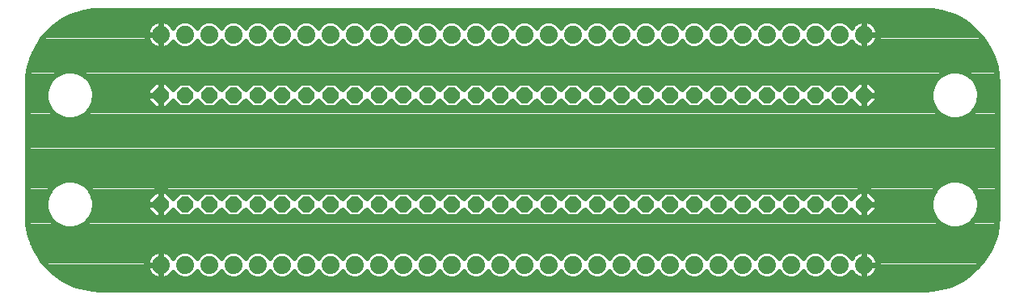
<source format=gtl>
G75*
G70*
%OFA0B0*%
%FSLAX24Y24*%
%IPPOS*%
%LPD*%
%AMOC8*
5,1,8,0,0,1.08239X$1,22.5*
%
%ADD10OC8,0.0650*%
%ADD11C,0.0740*%
%ADD12C,0.0240*%
D10*
X005720Y004050D03*
X006720Y004050D03*
X007720Y004050D03*
X008720Y004050D03*
X009720Y004050D03*
X010720Y004050D03*
X011720Y004050D03*
X012720Y004050D03*
X013720Y004050D03*
X014720Y004050D03*
X015720Y004050D03*
X016720Y004050D03*
X017720Y004050D03*
X018720Y004050D03*
X019720Y004050D03*
X020720Y004050D03*
X021720Y004050D03*
X022720Y004050D03*
X023720Y004050D03*
X024720Y004050D03*
X025720Y004050D03*
X026720Y004050D03*
X027720Y004050D03*
X028720Y004050D03*
X029720Y004050D03*
X030720Y004050D03*
X031720Y004050D03*
X032720Y004050D03*
X033720Y004050D03*
X034720Y004050D03*
X034720Y008550D03*
X033720Y008550D03*
X032720Y008550D03*
X031720Y008550D03*
X030720Y008550D03*
X029720Y008550D03*
X028720Y008550D03*
X027720Y008550D03*
X026720Y008550D03*
X025720Y008550D03*
X024720Y008550D03*
X023720Y008550D03*
X022720Y008550D03*
X021720Y008550D03*
X020720Y008550D03*
X019720Y008550D03*
X018720Y008550D03*
X017720Y008550D03*
X016720Y008550D03*
X015720Y008550D03*
X014720Y008550D03*
X013720Y008550D03*
X012720Y008550D03*
X011720Y008550D03*
X010720Y008550D03*
X009720Y008550D03*
X008720Y008550D03*
X007720Y008550D03*
X006720Y008550D03*
X005720Y008550D03*
D11*
X005720Y011050D03*
X006720Y011050D03*
X007720Y011050D03*
X008720Y011050D03*
X009720Y011050D03*
X010720Y011050D03*
X011720Y011050D03*
X012720Y011050D03*
X013720Y011050D03*
X014720Y011050D03*
X015720Y011050D03*
X016720Y011050D03*
X017720Y011050D03*
X018720Y011050D03*
X019720Y011050D03*
X020720Y011050D03*
X021720Y011050D03*
X022720Y011050D03*
X023720Y011050D03*
X024720Y011050D03*
X025720Y011050D03*
X026720Y011050D03*
X027720Y011050D03*
X028720Y011050D03*
X029720Y011050D03*
X030720Y011050D03*
X031720Y011050D03*
X032720Y011050D03*
X033720Y011050D03*
X034720Y011050D03*
X034720Y001550D03*
X033720Y001550D03*
X032720Y001550D03*
X031720Y001550D03*
X030720Y001550D03*
X029720Y001550D03*
X028720Y001550D03*
X027720Y001550D03*
X026720Y001550D03*
X025720Y001550D03*
X024720Y001550D03*
X023720Y001550D03*
X022720Y001550D03*
X021720Y001550D03*
X020720Y001550D03*
X019720Y001550D03*
X018720Y001550D03*
X017720Y001550D03*
X016720Y001550D03*
X015720Y001550D03*
X014720Y001550D03*
X013720Y001550D03*
X012720Y001550D03*
X011720Y001550D03*
X010720Y001550D03*
X009720Y001550D03*
X008720Y001550D03*
X007720Y001550D03*
X006720Y001550D03*
X005720Y001550D03*
D12*
X002229Y000718D02*
X001918Y000847D01*
X001624Y001010D01*
X001350Y001205D01*
X001099Y001429D01*
X000875Y001680D01*
X000680Y001954D01*
X000517Y002248D01*
X000388Y002559D01*
X000295Y002882D01*
X000239Y003214D01*
X000220Y003550D01*
X000220Y009050D01*
X000239Y009386D01*
X000295Y009718D01*
X000388Y010041D01*
X000517Y010352D01*
X000680Y010646D01*
X000875Y010920D01*
X001099Y011171D01*
X001350Y011395D01*
X001624Y011590D01*
X001918Y011753D01*
X002229Y011882D01*
X002552Y011975D01*
X002884Y012031D01*
X003220Y012050D01*
X037220Y012050D01*
X037556Y012031D01*
X037888Y011975D01*
X038211Y011882D01*
X038522Y011753D01*
X038816Y011590D01*
X039090Y011395D01*
X039341Y011171D01*
X039565Y010920D01*
X039760Y010646D01*
X039923Y010352D01*
X040052Y010041D01*
X040145Y009718D01*
X040201Y009386D01*
X040220Y009050D01*
X040220Y003550D01*
X040201Y003214D01*
X040145Y002882D01*
X040052Y002559D01*
X039923Y002248D01*
X039760Y001954D01*
X039565Y001680D01*
X039341Y001429D01*
X039090Y001205D01*
X038816Y001010D01*
X038522Y000847D01*
X038211Y000718D01*
X037888Y000625D01*
X037556Y000569D01*
X037220Y000550D01*
X003220Y000550D01*
X002884Y000569D01*
X002552Y000625D01*
X002229Y000718D01*
X002115Y000766D02*
X038325Y000766D01*
X038806Y001004D02*
X034948Y001004D01*
X034946Y001003D02*
X035029Y001045D01*
X035104Y001100D01*
X035170Y001166D01*
X035225Y001241D01*
X035267Y001324D01*
X035295Y001412D01*
X035310Y001504D01*
X035310Y001550D01*
X035310Y001596D01*
X035295Y001688D01*
X035267Y001776D01*
X035225Y001859D01*
X035170Y001934D01*
X035104Y002000D01*
X035029Y002055D01*
X034946Y002097D01*
X034858Y002125D01*
X034766Y002140D01*
X034720Y002140D01*
X034720Y001550D01*
X034720Y001550D01*
X035310Y001550D01*
X034720Y001550D01*
X034720Y001550D01*
X034720Y002140D01*
X034674Y002140D01*
X034582Y002125D01*
X034494Y002097D01*
X034411Y002055D01*
X034336Y002000D01*
X034270Y001934D01*
X034215Y001859D01*
X034212Y001852D01*
X034203Y001873D01*
X034043Y002033D01*
X033833Y002120D01*
X033607Y002120D01*
X033397Y002033D01*
X033237Y001873D01*
X033220Y001832D01*
X033203Y001873D01*
X033043Y002033D01*
X032833Y002120D01*
X032607Y002120D01*
X032397Y002033D01*
X032237Y001873D01*
X032220Y001832D01*
X032203Y001873D01*
X032043Y002033D01*
X031833Y002120D01*
X031607Y002120D01*
X031397Y002033D01*
X031237Y001873D01*
X031220Y001832D01*
X031203Y001873D01*
X031043Y002033D01*
X030833Y002120D01*
X030607Y002120D01*
X030397Y002033D01*
X030237Y001873D01*
X030220Y001832D01*
X030203Y001873D01*
X030043Y002033D01*
X029833Y002120D01*
X029607Y002120D01*
X029397Y002033D01*
X029237Y001873D01*
X029220Y001832D01*
X029203Y001873D01*
X029043Y002033D01*
X028833Y002120D01*
X028607Y002120D01*
X028397Y002033D01*
X028237Y001873D01*
X028220Y001832D01*
X028203Y001873D01*
X028043Y002033D01*
X027833Y002120D01*
X027607Y002120D01*
X027397Y002033D01*
X027237Y001873D01*
X027220Y001832D01*
X027203Y001873D01*
X027043Y002033D01*
X026833Y002120D01*
X026607Y002120D01*
X026397Y002033D01*
X026237Y001873D01*
X026220Y001832D01*
X026203Y001873D01*
X026043Y002033D01*
X025833Y002120D01*
X025607Y002120D01*
X025397Y002033D01*
X025237Y001873D01*
X025220Y001832D01*
X025203Y001873D01*
X025043Y002033D01*
X024833Y002120D01*
X024607Y002120D01*
X024397Y002033D01*
X024237Y001873D01*
X024220Y001832D01*
X024203Y001873D01*
X024043Y002033D01*
X023833Y002120D01*
X023607Y002120D01*
X023397Y002033D01*
X023237Y001873D01*
X023220Y001832D01*
X023203Y001873D01*
X023043Y002033D01*
X022833Y002120D01*
X022607Y002120D01*
X022397Y002033D01*
X022237Y001873D01*
X022220Y001832D01*
X022203Y001873D01*
X022043Y002033D01*
X021833Y002120D01*
X021607Y002120D01*
X021397Y002033D01*
X021237Y001873D01*
X021220Y001832D01*
X021203Y001873D01*
X021043Y002033D01*
X020833Y002120D01*
X020607Y002120D01*
X020397Y002033D01*
X020237Y001873D01*
X020220Y001832D01*
X020203Y001873D01*
X020043Y002033D01*
X019833Y002120D01*
X019607Y002120D01*
X019397Y002033D01*
X019237Y001873D01*
X019220Y001832D01*
X019203Y001873D01*
X019043Y002033D01*
X018833Y002120D01*
X018607Y002120D01*
X018397Y002033D01*
X018237Y001873D01*
X018220Y001832D01*
X018203Y001873D01*
X018043Y002033D01*
X017833Y002120D01*
X017607Y002120D01*
X017397Y002033D01*
X017237Y001873D01*
X017220Y001832D01*
X017203Y001873D01*
X017043Y002033D01*
X016833Y002120D01*
X016607Y002120D01*
X016397Y002033D01*
X016237Y001873D01*
X016220Y001832D01*
X016203Y001873D01*
X016043Y002033D01*
X015833Y002120D01*
X015607Y002120D01*
X015397Y002033D01*
X015237Y001873D01*
X015220Y001832D01*
X015203Y001873D01*
X015043Y002033D01*
X014833Y002120D01*
X014607Y002120D01*
X014397Y002033D01*
X014237Y001873D01*
X014220Y001832D01*
X014203Y001873D01*
X014043Y002033D01*
X013833Y002120D01*
X013607Y002120D01*
X013397Y002033D01*
X013237Y001873D01*
X013220Y001832D01*
X013203Y001873D01*
X013043Y002033D01*
X012833Y002120D01*
X012607Y002120D01*
X012397Y002033D01*
X012237Y001873D01*
X012220Y001832D01*
X012203Y001873D01*
X012043Y002033D01*
X011833Y002120D01*
X011607Y002120D01*
X011397Y002033D01*
X011237Y001873D01*
X011220Y001832D01*
X011203Y001873D01*
X011043Y002033D01*
X010833Y002120D01*
X010607Y002120D01*
X010397Y002033D01*
X010237Y001873D01*
X010220Y001832D01*
X010203Y001873D01*
X010043Y002033D01*
X009833Y002120D01*
X009607Y002120D01*
X009397Y002033D01*
X009237Y001873D01*
X009220Y001832D01*
X009203Y001873D01*
X009043Y002033D01*
X008833Y002120D01*
X008607Y002120D01*
X008397Y002033D01*
X008237Y001873D01*
X008220Y001832D01*
X008203Y001873D01*
X008043Y002033D01*
X007833Y002120D01*
X007607Y002120D01*
X007397Y002033D01*
X007237Y001873D01*
X007220Y001832D01*
X007203Y001873D01*
X007043Y002033D01*
X006833Y002120D01*
X006607Y002120D01*
X006397Y002033D01*
X006237Y001873D01*
X006228Y001852D01*
X006225Y001859D01*
X006170Y001934D01*
X006104Y002000D01*
X006029Y002055D01*
X005946Y002097D01*
X005858Y002125D01*
X005766Y002140D01*
X005720Y002140D01*
X005720Y001550D01*
X005720Y001550D01*
X005720Y001550D01*
X005130Y001550D01*
X005130Y001596D01*
X005145Y001688D01*
X005173Y001776D01*
X005215Y001859D01*
X005270Y001934D01*
X005336Y002000D01*
X005411Y002055D01*
X005494Y002097D01*
X005582Y002125D01*
X005674Y002140D01*
X005720Y002140D01*
X005720Y001550D01*
X005720Y000960D01*
X005766Y000960D01*
X005858Y000975D01*
X005946Y001003D01*
X006029Y001045D01*
X006104Y001100D01*
X006170Y001166D01*
X006225Y001241D01*
X006228Y001248D01*
X006237Y001227D01*
X006397Y001067D01*
X006607Y000980D01*
X006833Y000980D01*
X007043Y001067D01*
X007203Y001227D01*
X007220Y001268D01*
X007237Y001227D01*
X007397Y001067D01*
X007607Y000980D01*
X007833Y000980D01*
X008043Y001067D01*
X008203Y001227D01*
X008220Y001268D01*
X008237Y001227D01*
X008397Y001067D01*
X008607Y000980D01*
X008833Y000980D01*
X009043Y001067D01*
X009203Y001227D01*
X009220Y001268D01*
X009237Y001227D01*
X009397Y001067D01*
X009607Y000980D01*
X009833Y000980D01*
X010043Y001067D01*
X010203Y001227D01*
X010220Y001268D01*
X010237Y001227D01*
X010397Y001067D01*
X010607Y000980D01*
X010833Y000980D01*
X011043Y001067D01*
X011203Y001227D01*
X011220Y001268D01*
X011237Y001227D01*
X011397Y001067D01*
X011607Y000980D01*
X011833Y000980D01*
X012043Y001067D01*
X012203Y001227D01*
X012220Y001268D01*
X012237Y001227D01*
X012397Y001067D01*
X012607Y000980D01*
X012833Y000980D01*
X013043Y001067D01*
X013203Y001227D01*
X013220Y001268D01*
X013237Y001227D01*
X013397Y001067D01*
X013607Y000980D01*
X013833Y000980D01*
X014043Y001067D01*
X014203Y001227D01*
X014220Y001268D01*
X014237Y001227D01*
X014397Y001067D01*
X014607Y000980D01*
X014833Y000980D01*
X015043Y001067D01*
X015203Y001227D01*
X015220Y001268D01*
X015237Y001227D01*
X015397Y001067D01*
X015607Y000980D01*
X015833Y000980D01*
X016043Y001067D01*
X016203Y001227D01*
X016220Y001268D01*
X016237Y001227D01*
X016397Y001067D01*
X016607Y000980D01*
X016833Y000980D01*
X017043Y001067D01*
X017203Y001227D01*
X017220Y001268D01*
X017237Y001227D01*
X017397Y001067D01*
X017607Y000980D01*
X017833Y000980D01*
X018043Y001067D01*
X018203Y001227D01*
X018220Y001268D01*
X018237Y001227D01*
X018397Y001067D01*
X018607Y000980D01*
X018833Y000980D01*
X019043Y001067D01*
X019203Y001227D01*
X019220Y001268D01*
X019237Y001227D01*
X019397Y001067D01*
X019607Y000980D01*
X019833Y000980D01*
X020043Y001067D01*
X020203Y001227D01*
X020220Y001268D01*
X020237Y001227D01*
X020397Y001067D01*
X020607Y000980D01*
X020833Y000980D01*
X021043Y001067D01*
X021203Y001227D01*
X021220Y001268D01*
X021237Y001227D01*
X021397Y001067D01*
X021607Y000980D01*
X021833Y000980D01*
X022043Y001067D01*
X022203Y001227D01*
X022220Y001268D01*
X022237Y001227D01*
X022397Y001067D01*
X022607Y000980D01*
X022833Y000980D01*
X023043Y001067D01*
X023203Y001227D01*
X023220Y001268D01*
X023237Y001227D01*
X023397Y001067D01*
X023607Y000980D01*
X023833Y000980D01*
X024043Y001067D01*
X024203Y001227D01*
X024220Y001268D01*
X024237Y001227D01*
X024397Y001067D01*
X024607Y000980D01*
X024833Y000980D01*
X025043Y001067D01*
X025203Y001227D01*
X025220Y001268D01*
X025237Y001227D01*
X025397Y001067D01*
X025607Y000980D01*
X025833Y000980D01*
X026043Y001067D01*
X026203Y001227D01*
X026220Y001268D01*
X026237Y001227D01*
X026397Y001067D01*
X026607Y000980D01*
X026833Y000980D01*
X027043Y001067D01*
X027203Y001227D01*
X027220Y001268D01*
X027237Y001227D01*
X027397Y001067D01*
X027607Y000980D01*
X027833Y000980D01*
X028043Y001067D01*
X028203Y001227D01*
X028220Y001268D01*
X028237Y001227D01*
X028397Y001067D01*
X028607Y000980D01*
X028833Y000980D01*
X029043Y001067D01*
X029203Y001227D01*
X029220Y001268D01*
X029237Y001227D01*
X029397Y001067D01*
X029607Y000980D01*
X029833Y000980D01*
X030043Y001067D01*
X030203Y001227D01*
X030220Y001268D01*
X030237Y001227D01*
X030397Y001067D01*
X030607Y000980D01*
X030833Y000980D01*
X031043Y001067D01*
X031203Y001227D01*
X031220Y001268D01*
X031237Y001227D01*
X031397Y001067D01*
X031607Y000980D01*
X031833Y000980D01*
X032043Y001067D01*
X032203Y001227D01*
X032220Y001268D01*
X032237Y001227D01*
X032397Y001067D01*
X032607Y000980D01*
X032833Y000980D01*
X033043Y001067D01*
X033203Y001227D01*
X033220Y001268D01*
X033237Y001227D01*
X033397Y001067D01*
X033607Y000980D01*
X033833Y000980D01*
X034043Y001067D01*
X034203Y001227D01*
X034212Y001248D01*
X034215Y001241D01*
X034270Y001166D01*
X034336Y001100D01*
X034411Y001045D01*
X034494Y001003D01*
X034582Y000975D01*
X034674Y000960D01*
X034720Y000960D01*
X034766Y000960D01*
X034858Y000975D01*
X034946Y001003D01*
X034720Y001004D02*
X034720Y001004D01*
X034720Y000960D02*
X034720Y001550D01*
X034720Y001550D01*
X034720Y000960D01*
X034492Y001004D02*
X033891Y001004D01*
X033549Y001004D02*
X032891Y001004D01*
X032549Y001004D02*
X031891Y001004D01*
X031549Y001004D02*
X030891Y001004D01*
X030549Y001004D02*
X029891Y001004D01*
X029549Y001004D02*
X028891Y001004D01*
X028549Y001004D02*
X027891Y001004D01*
X027549Y001004D02*
X026891Y001004D01*
X026549Y001004D02*
X025891Y001004D01*
X025549Y001004D02*
X024891Y001004D01*
X024549Y001004D02*
X023891Y001004D01*
X023549Y001004D02*
X022891Y001004D01*
X022549Y001004D02*
X021891Y001004D01*
X021549Y001004D02*
X020891Y001004D01*
X020549Y001004D02*
X019891Y001004D01*
X019549Y001004D02*
X018891Y001004D01*
X018549Y001004D02*
X017891Y001004D01*
X017549Y001004D02*
X016891Y001004D01*
X016549Y001004D02*
X015891Y001004D01*
X015549Y001004D02*
X014891Y001004D01*
X014549Y001004D02*
X013891Y001004D01*
X013549Y001004D02*
X012891Y001004D01*
X012549Y001004D02*
X011891Y001004D01*
X011549Y001004D02*
X010891Y001004D01*
X010549Y001004D02*
X009891Y001004D01*
X009549Y001004D02*
X008891Y001004D01*
X008549Y001004D02*
X007891Y001004D01*
X007549Y001004D02*
X006891Y001004D01*
X006549Y001004D02*
X005948Y001004D01*
X005720Y001004D02*
X005720Y001004D01*
X005720Y000960D02*
X005720Y001550D01*
X005720Y001550D01*
X005130Y001550D01*
X005130Y001504D01*
X005145Y001412D01*
X005173Y001324D01*
X005215Y001241D01*
X005270Y001166D01*
X005336Y001100D01*
X005411Y001045D01*
X005494Y001003D01*
X005582Y000975D01*
X005674Y000960D01*
X005720Y000960D01*
X005492Y001004D02*
X001634Y001004D01*
X001307Y001243D02*
X005215Y001243D01*
X005134Y001481D02*
X001052Y001481D01*
X000846Y001720D02*
X005155Y001720D01*
X005294Y001958D02*
X000678Y001958D01*
X000546Y002197D02*
X039894Y002197D01*
X040000Y002435D02*
X000440Y002435D01*
X000355Y002674D02*
X040085Y002674D01*
X040150Y002912D02*
X000290Y002912D01*
X000250Y003151D02*
X001508Y003151D01*
X001580Y003109D02*
X001350Y003242D01*
X001162Y003430D01*
X001029Y003660D01*
X000960Y003917D01*
X000960Y004183D01*
X001029Y004440D01*
X001162Y004670D01*
X001350Y004858D01*
X001580Y004991D01*
X001837Y005060D01*
X002103Y005060D01*
X002360Y004991D01*
X002590Y004858D01*
X002778Y004670D01*
X002911Y004440D01*
X002980Y004183D01*
X002980Y003917D01*
X002911Y003660D01*
X002778Y003430D01*
X002590Y003242D01*
X002360Y003109D01*
X002103Y003040D01*
X001837Y003040D01*
X001580Y003109D01*
X001203Y003389D02*
X000229Y003389D01*
X000220Y003628D02*
X001048Y003628D01*
X000974Y003866D02*
X000220Y003866D01*
X000220Y004105D02*
X000960Y004105D01*
X001003Y004343D02*
X000220Y004343D01*
X000220Y004582D02*
X001111Y004582D01*
X001312Y004820D02*
X000220Y004820D01*
X000220Y005059D02*
X001831Y005059D01*
X002109Y005059D02*
X038331Y005059D01*
X038337Y005060D02*
X038080Y004991D01*
X037850Y004858D01*
X037662Y004670D01*
X037529Y004440D01*
X037460Y004183D01*
X037460Y003917D01*
X037529Y003660D01*
X037662Y003430D01*
X037850Y003242D01*
X038080Y003109D01*
X038337Y003040D01*
X038603Y003040D01*
X038860Y003109D01*
X039090Y003242D01*
X039278Y003430D01*
X039411Y003660D01*
X039480Y003917D01*
X039480Y004183D01*
X039411Y004440D01*
X039278Y004670D01*
X039090Y004858D01*
X038860Y004991D01*
X038603Y005060D01*
X038337Y005060D01*
X038609Y005059D02*
X040220Y005059D01*
X040220Y005297D02*
X000220Y005297D01*
X000220Y005536D02*
X040220Y005536D01*
X040220Y005774D02*
X000220Y005774D01*
X000220Y006013D02*
X040220Y006013D01*
X040220Y006251D02*
X000220Y006251D01*
X000220Y006490D02*
X040220Y006490D01*
X040220Y006728D02*
X000220Y006728D01*
X000220Y006967D02*
X040220Y006967D01*
X040220Y007205D02*
X000220Y007205D01*
X000220Y007444D02*
X040220Y007444D01*
X040220Y007682D02*
X038987Y007682D01*
X039090Y007742D02*
X039278Y007930D01*
X039411Y008160D01*
X039480Y008417D01*
X039480Y008683D01*
X039411Y008940D01*
X039278Y009170D01*
X039090Y009358D01*
X038860Y009491D01*
X038603Y009560D01*
X038337Y009560D01*
X038080Y009491D01*
X037850Y009358D01*
X037662Y009170D01*
X037529Y008940D01*
X037460Y008683D01*
X037460Y008417D01*
X037529Y008160D01*
X037662Y007930D01*
X037850Y007742D01*
X038080Y007609D01*
X038337Y007540D01*
X038603Y007540D01*
X038860Y007609D01*
X039090Y007742D01*
X039269Y007921D02*
X040220Y007921D01*
X040220Y008159D02*
X039411Y008159D01*
X039475Y008398D02*
X040220Y008398D01*
X040220Y008636D02*
X039480Y008636D01*
X039429Y008875D02*
X040220Y008875D01*
X040216Y009113D02*
X039311Y009113D01*
X039097Y009352D02*
X040203Y009352D01*
X040166Y009590D02*
X000274Y009590D01*
X000237Y009352D02*
X001343Y009352D01*
X001350Y009358D02*
X001162Y009170D01*
X001029Y008940D01*
X000960Y008683D01*
X000960Y008417D01*
X001029Y008160D01*
X001162Y007930D01*
X001350Y007742D01*
X001580Y007609D01*
X001837Y007540D01*
X002103Y007540D01*
X002360Y007609D01*
X002590Y007742D01*
X002778Y007930D01*
X002911Y008160D01*
X002980Y008417D01*
X002980Y008683D01*
X002911Y008940D01*
X002778Y009170D01*
X002590Y009358D01*
X002360Y009491D01*
X002103Y009560D01*
X001837Y009560D01*
X001580Y009491D01*
X001350Y009358D01*
X001129Y009113D02*
X000224Y009113D01*
X000220Y008875D02*
X001011Y008875D01*
X000960Y008636D02*
X000220Y008636D01*
X000220Y008398D02*
X000965Y008398D01*
X001029Y008159D02*
X000220Y008159D01*
X000220Y007921D02*
X001171Y007921D01*
X001453Y007682D02*
X000220Y007682D01*
X002487Y007682D02*
X037953Y007682D01*
X037671Y007921D02*
X002769Y007921D01*
X002911Y008159D02*
X005341Y008159D01*
X005494Y008005D02*
X005175Y008324D01*
X005175Y008550D01*
X005720Y008550D01*
X005720Y008550D01*
X005720Y009095D01*
X005494Y009095D01*
X005175Y008776D01*
X005175Y008550D01*
X005720Y008550D01*
X005720Y008005D01*
X005946Y008005D01*
X006234Y008294D01*
X006503Y008025D01*
X006937Y008025D01*
X007220Y008308D01*
X007503Y008025D01*
X007937Y008025D01*
X008220Y008308D01*
X008503Y008025D01*
X008937Y008025D01*
X009220Y008308D01*
X009503Y008025D01*
X009937Y008025D01*
X010220Y008308D01*
X010503Y008025D01*
X010937Y008025D01*
X011220Y008308D01*
X011503Y008025D01*
X011937Y008025D01*
X012220Y008308D01*
X012503Y008025D01*
X012937Y008025D01*
X013220Y008308D01*
X013503Y008025D01*
X013937Y008025D01*
X014220Y008308D01*
X014503Y008025D01*
X014937Y008025D01*
X015220Y008308D01*
X015503Y008025D01*
X015937Y008025D01*
X016220Y008308D01*
X016503Y008025D01*
X016937Y008025D01*
X017220Y008308D01*
X017503Y008025D01*
X017937Y008025D01*
X018220Y008308D01*
X018503Y008025D01*
X018937Y008025D01*
X019220Y008308D01*
X019503Y008025D01*
X019937Y008025D01*
X020220Y008308D01*
X020503Y008025D01*
X020937Y008025D01*
X021220Y008308D01*
X021503Y008025D01*
X021937Y008025D01*
X022220Y008308D01*
X022503Y008025D01*
X022937Y008025D01*
X023220Y008308D01*
X023503Y008025D01*
X023937Y008025D01*
X024220Y008308D01*
X024503Y008025D01*
X024937Y008025D01*
X025220Y008308D01*
X025503Y008025D01*
X025937Y008025D01*
X026220Y008308D01*
X026503Y008025D01*
X026937Y008025D01*
X027220Y008308D01*
X027503Y008025D01*
X027937Y008025D01*
X028220Y008308D01*
X028503Y008025D01*
X028937Y008025D01*
X029220Y008308D01*
X029503Y008025D01*
X029937Y008025D01*
X030220Y008308D01*
X030503Y008025D01*
X030937Y008025D01*
X031220Y008308D01*
X031503Y008025D01*
X031937Y008025D01*
X032220Y008308D01*
X032503Y008025D01*
X032937Y008025D01*
X033220Y008308D01*
X033503Y008025D01*
X033937Y008025D01*
X034206Y008294D01*
X034494Y008005D01*
X034720Y008005D01*
X034946Y008005D01*
X035265Y008324D01*
X035265Y008550D01*
X035265Y008776D01*
X034946Y009095D01*
X034720Y009095D01*
X034494Y009095D01*
X034206Y008806D01*
X033937Y009075D01*
X033503Y009075D01*
X033220Y008792D01*
X032937Y009075D01*
X032503Y009075D01*
X032220Y008792D01*
X031937Y009075D01*
X031503Y009075D01*
X031220Y008792D01*
X030937Y009075D01*
X030503Y009075D01*
X030220Y008792D01*
X029937Y009075D01*
X029503Y009075D01*
X029220Y008792D01*
X028937Y009075D01*
X028503Y009075D01*
X028220Y008792D01*
X027937Y009075D01*
X027503Y009075D01*
X027220Y008792D01*
X026937Y009075D01*
X026503Y009075D01*
X026220Y008792D01*
X025937Y009075D01*
X025503Y009075D01*
X025220Y008792D01*
X024937Y009075D01*
X024503Y009075D01*
X024220Y008792D01*
X023937Y009075D01*
X023503Y009075D01*
X023220Y008792D01*
X022937Y009075D01*
X022503Y009075D01*
X022220Y008792D01*
X021937Y009075D01*
X021503Y009075D01*
X021220Y008792D01*
X020937Y009075D01*
X020503Y009075D01*
X020220Y008792D01*
X019937Y009075D01*
X019503Y009075D01*
X019220Y008792D01*
X018937Y009075D01*
X018503Y009075D01*
X018220Y008792D01*
X017937Y009075D01*
X017503Y009075D01*
X017220Y008792D01*
X016937Y009075D01*
X016503Y009075D01*
X016220Y008792D01*
X015937Y009075D01*
X015503Y009075D01*
X015220Y008792D01*
X014937Y009075D01*
X014503Y009075D01*
X014220Y008792D01*
X013937Y009075D01*
X013503Y009075D01*
X013220Y008792D01*
X012937Y009075D01*
X012503Y009075D01*
X012220Y008792D01*
X011937Y009075D01*
X011503Y009075D01*
X011220Y008792D01*
X010937Y009075D01*
X010503Y009075D01*
X010220Y008792D01*
X009937Y009075D01*
X009503Y009075D01*
X009220Y008792D01*
X008937Y009075D01*
X008503Y009075D01*
X008220Y008792D01*
X007937Y009075D01*
X007503Y009075D01*
X007220Y008792D01*
X006937Y009075D01*
X006503Y009075D01*
X006234Y008806D01*
X005946Y009095D01*
X005720Y009095D01*
X005720Y008550D01*
X005720Y008550D01*
X005720Y008550D01*
X005720Y008005D01*
X005494Y008005D01*
X005720Y008159D02*
X005720Y008159D01*
X005720Y008398D02*
X005720Y008398D01*
X006099Y008159D02*
X006369Y008159D01*
X007071Y008159D02*
X007369Y008159D01*
X008071Y008159D02*
X008369Y008159D01*
X009071Y008159D02*
X009369Y008159D01*
X010071Y008159D02*
X010369Y008159D01*
X011071Y008159D02*
X011369Y008159D01*
X012071Y008159D02*
X012369Y008159D01*
X013071Y008159D02*
X013369Y008159D01*
X014071Y008159D02*
X014369Y008159D01*
X015071Y008159D02*
X015369Y008159D01*
X016071Y008159D02*
X016369Y008159D01*
X017071Y008159D02*
X017369Y008159D01*
X018071Y008159D02*
X018369Y008159D01*
X019071Y008159D02*
X019369Y008159D01*
X020071Y008159D02*
X020369Y008159D01*
X021071Y008159D02*
X021369Y008159D01*
X022071Y008159D02*
X022369Y008159D01*
X023071Y008159D02*
X023369Y008159D01*
X024071Y008159D02*
X024369Y008159D01*
X025071Y008159D02*
X025369Y008159D01*
X026071Y008159D02*
X026369Y008159D01*
X027071Y008159D02*
X027369Y008159D01*
X028071Y008159D02*
X028369Y008159D01*
X029071Y008159D02*
X029369Y008159D01*
X030071Y008159D02*
X030369Y008159D01*
X031071Y008159D02*
X031369Y008159D01*
X032071Y008159D02*
X032369Y008159D01*
X033071Y008159D02*
X033369Y008159D01*
X034071Y008159D02*
X034341Y008159D01*
X034720Y008159D02*
X034720Y008159D01*
X034720Y008398D02*
X034720Y008398D01*
X035099Y008159D02*
X037529Y008159D01*
X037465Y008398D02*
X035265Y008398D01*
X035265Y008550D02*
X034720Y008550D01*
X035265Y008550D01*
X035265Y008636D02*
X037460Y008636D01*
X037511Y008875D02*
X035166Y008875D01*
X034720Y008875D02*
X034720Y008875D01*
X034274Y008875D02*
X034138Y008875D01*
X034720Y009095D02*
X034720Y008550D01*
X034720Y008550D01*
X034720Y008550D01*
X034720Y009095D01*
X033302Y008875D02*
X033138Y008875D01*
X032302Y008875D02*
X032138Y008875D01*
X031302Y008875D02*
X031138Y008875D01*
X030302Y008875D02*
X030138Y008875D01*
X029302Y008875D02*
X029138Y008875D01*
X028302Y008875D02*
X028138Y008875D01*
X027302Y008875D02*
X027138Y008875D01*
X026302Y008875D02*
X026138Y008875D01*
X025302Y008875D02*
X025138Y008875D01*
X024302Y008875D02*
X024138Y008875D01*
X023302Y008875D02*
X023138Y008875D01*
X022302Y008875D02*
X022138Y008875D01*
X021302Y008875D02*
X021138Y008875D01*
X020302Y008875D02*
X020138Y008875D01*
X019302Y008875D02*
X019138Y008875D01*
X018302Y008875D02*
X018138Y008875D01*
X017302Y008875D02*
X017138Y008875D01*
X016302Y008875D02*
X016138Y008875D01*
X015302Y008875D02*
X015138Y008875D01*
X014302Y008875D02*
X014138Y008875D01*
X013302Y008875D02*
X013138Y008875D01*
X012302Y008875D02*
X012138Y008875D01*
X011302Y008875D02*
X011138Y008875D01*
X010302Y008875D02*
X010138Y008875D01*
X009302Y008875D02*
X009138Y008875D01*
X008302Y008875D02*
X008138Y008875D01*
X007302Y008875D02*
X007138Y008875D01*
X006302Y008875D02*
X006166Y008875D01*
X005720Y008875D02*
X005720Y008875D01*
X005274Y008875D02*
X002929Y008875D01*
X002980Y008636D02*
X005175Y008636D01*
X005175Y008398D02*
X002975Y008398D01*
X002811Y009113D02*
X037629Y009113D01*
X037843Y009352D02*
X002597Y009352D01*
X000399Y010067D02*
X040041Y010067D01*
X040113Y009829D02*
X000327Y009829D01*
X000498Y010306D02*
X039942Y010306D01*
X039817Y010544D02*
X035027Y010544D01*
X035029Y010545D02*
X035104Y010600D01*
X035170Y010666D01*
X035225Y010741D01*
X035267Y010824D01*
X035295Y010912D01*
X035310Y011004D01*
X035310Y011050D01*
X035310Y011096D01*
X035295Y011188D01*
X035267Y011276D01*
X035225Y011359D01*
X035170Y011434D01*
X035104Y011500D01*
X035029Y011555D01*
X034946Y011597D01*
X034858Y011625D01*
X034766Y011640D01*
X034720Y011640D01*
X034720Y011050D01*
X034720Y011050D01*
X035310Y011050D01*
X034720Y011050D01*
X034720Y011050D01*
X034720Y011640D01*
X034674Y011640D01*
X034582Y011625D01*
X034494Y011597D01*
X034411Y011555D01*
X034336Y011500D01*
X034270Y011434D01*
X034215Y011359D01*
X034212Y011352D01*
X034203Y011373D01*
X034043Y011533D01*
X033833Y011620D01*
X033607Y011620D01*
X033397Y011533D01*
X033237Y011373D01*
X033220Y011332D01*
X033203Y011373D01*
X033043Y011533D01*
X032833Y011620D01*
X032607Y011620D01*
X032397Y011533D01*
X032237Y011373D01*
X032220Y011332D01*
X032203Y011373D01*
X032043Y011533D01*
X031833Y011620D01*
X031607Y011620D01*
X031397Y011533D01*
X031237Y011373D01*
X031220Y011332D01*
X031203Y011373D01*
X031043Y011533D01*
X030833Y011620D01*
X030607Y011620D01*
X030397Y011533D01*
X030237Y011373D01*
X030220Y011332D01*
X030203Y011373D01*
X030043Y011533D01*
X029833Y011620D01*
X029607Y011620D01*
X029397Y011533D01*
X029237Y011373D01*
X029220Y011332D01*
X029203Y011373D01*
X029043Y011533D01*
X028833Y011620D01*
X028607Y011620D01*
X028397Y011533D01*
X028237Y011373D01*
X028220Y011332D01*
X028203Y011373D01*
X028043Y011533D01*
X027833Y011620D01*
X027607Y011620D01*
X027397Y011533D01*
X027237Y011373D01*
X027220Y011332D01*
X027203Y011373D01*
X027043Y011533D01*
X026833Y011620D01*
X026607Y011620D01*
X026397Y011533D01*
X026237Y011373D01*
X026220Y011332D01*
X026203Y011373D01*
X026043Y011533D01*
X025833Y011620D01*
X025607Y011620D01*
X025397Y011533D01*
X025237Y011373D01*
X025220Y011332D01*
X025203Y011373D01*
X025043Y011533D01*
X024833Y011620D01*
X024607Y011620D01*
X024397Y011533D01*
X024237Y011373D01*
X024220Y011332D01*
X024203Y011373D01*
X024043Y011533D01*
X023833Y011620D01*
X023607Y011620D01*
X023397Y011533D01*
X023237Y011373D01*
X023220Y011332D01*
X023203Y011373D01*
X023043Y011533D01*
X022833Y011620D01*
X022607Y011620D01*
X022397Y011533D01*
X022237Y011373D01*
X022220Y011332D01*
X022203Y011373D01*
X022043Y011533D01*
X021833Y011620D01*
X021607Y011620D01*
X021397Y011533D01*
X021237Y011373D01*
X021220Y011332D01*
X021203Y011373D01*
X021043Y011533D01*
X020833Y011620D01*
X020607Y011620D01*
X020397Y011533D01*
X020237Y011373D01*
X020220Y011332D01*
X020203Y011373D01*
X020043Y011533D01*
X019833Y011620D01*
X019607Y011620D01*
X019397Y011533D01*
X019237Y011373D01*
X019220Y011332D01*
X019203Y011373D01*
X019043Y011533D01*
X018833Y011620D01*
X018607Y011620D01*
X018397Y011533D01*
X018237Y011373D01*
X018220Y011332D01*
X018203Y011373D01*
X018043Y011533D01*
X017833Y011620D01*
X017607Y011620D01*
X017397Y011533D01*
X017237Y011373D01*
X017220Y011332D01*
X017203Y011373D01*
X017043Y011533D01*
X016833Y011620D01*
X016607Y011620D01*
X016397Y011533D01*
X016237Y011373D01*
X016220Y011332D01*
X016203Y011373D01*
X016043Y011533D01*
X015833Y011620D01*
X015607Y011620D01*
X015397Y011533D01*
X015237Y011373D01*
X015220Y011332D01*
X015203Y011373D01*
X015043Y011533D01*
X014833Y011620D01*
X014607Y011620D01*
X014397Y011533D01*
X014237Y011373D01*
X014220Y011332D01*
X014203Y011373D01*
X014043Y011533D01*
X013833Y011620D01*
X013607Y011620D01*
X013397Y011533D01*
X013237Y011373D01*
X013220Y011332D01*
X013203Y011373D01*
X013043Y011533D01*
X012833Y011620D01*
X012607Y011620D01*
X012397Y011533D01*
X012237Y011373D01*
X012220Y011332D01*
X012203Y011373D01*
X012043Y011533D01*
X011833Y011620D01*
X011607Y011620D01*
X011397Y011533D01*
X011237Y011373D01*
X011220Y011332D01*
X011203Y011373D01*
X011043Y011533D01*
X010833Y011620D01*
X010607Y011620D01*
X010397Y011533D01*
X010237Y011373D01*
X010220Y011332D01*
X010203Y011373D01*
X010043Y011533D01*
X009833Y011620D01*
X009607Y011620D01*
X009397Y011533D01*
X009237Y011373D01*
X009220Y011332D01*
X009203Y011373D01*
X009043Y011533D01*
X008833Y011620D01*
X008607Y011620D01*
X008397Y011533D01*
X008237Y011373D01*
X008220Y011332D01*
X008203Y011373D01*
X008043Y011533D01*
X007833Y011620D01*
X007607Y011620D01*
X007397Y011533D01*
X007237Y011373D01*
X007220Y011332D01*
X007203Y011373D01*
X007043Y011533D01*
X006833Y011620D01*
X006607Y011620D01*
X006397Y011533D01*
X006237Y011373D01*
X006228Y011352D01*
X006225Y011359D01*
X006170Y011434D01*
X006104Y011500D01*
X006029Y011555D01*
X005946Y011597D01*
X005858Y011625D01*
X005766Y011640D01*
X005720Y011640D01*
X005720Y011050D01*
X005720Y011050D01*
X005720Y011050D01*
X005130Y011050D01*
X005130Y011096D01*
X005145Y011188D01*
X005173Y011276D01*
X005215Y011359D01*
X005270Y011434D01*
X005336Y011500D01*
X005411Y011555D01*
X005494Y011597D01*
X005582Y011625D01*
X005674Y011640D01*
X005720Y011640D01*
X005720Y011050D01*
X005720Y010460D01*
X005766Y010460D01*
X005858Y010475D01*
X005946Y010503D01*
X006029Y010545D01*
X006104Y010600D01*
X006170Y010666D01*
X006225Y010741D01*
X006228Y010748D01*
X006237Y010727D01*
X006397Y010567D01*
X006607Y010480D01*
X006833Y010480D01*
X007043Y010567D01*
X007203Y010727D01*
X007220Y010768D01*
X007237Y010727D01*
X007397Y010567D01*
X007607Y010480D01*
X007833Y010480D01*
X008043Y010567D01*
X008203Y010727D01*
X008220Y010768D01*
X008237Y010727D01*
X008397Y010567D01*
X008607Y010480D01*
X008833Y010480D01*
X009043Y010567D01*
X009203Y010727D01*
X009220Y010768D01*
X009237Y010727D01*
X009397Y010567D01*
X009607Y010480D01*
X009833Y010480D01*
X010043Y010567D01*
X010203Y010727D01*
X010220Y010768D01*
X010237Y010727D01*
X010397Y010567D01*
X010607Y010480D01*
X010833Y010480D01*
X011043Y010567D01*
X011203Y010727D01*
X011220Y010768D01*
X011237Y010727D01*
X011397Y010567D01*
X011607Y010480D01*
X011833Y010480D01*
X012043Y010567D01*
X012203Y010727D01*
X012220Y010768D01*
X012237Y010727D01*
X012397Y010567D01*
X012607Y010480D01*
X012833Y010480D01*
X013043Y010567D01*
X013203Y010727D01*
X013220Y010768D01*
X013237Y010727D01*
X013397Y010567D01*
X013607Y010480D01*
X013833Y010480D01*
X014043Y010567D01*
X014203Y010727D01*
X014220Y010768D01*
X014237Y010727D01*
X014397Y010567D01*
X014607Y010480D01*
X014833Y010480D01*
X015043Y010567D01*
X015203Y010727D01*
X015220Y010768D01*
X015237Y010727D01*
X015397Y010567D01*
X015607Y010480D01*
X015833Y010480D01*
X016043Y010567D01*
X016203Y010727D01*
X016220Y010768D01*
X016237Y010727D01*
X016397Y010567D01*
X016607Y010480D01*
X016833Y010480D01*
X017043Y010567D01*
X017203Y010727D01*
X017220Y010768D01*
X017237Y010727D01*
X017397Y010567D01*
X017607Y010480D01*
X017833Y010480D01*
X018043Y010567D01*
X018203Y010727D01*
X018220Y010768D01*
X018237Y010727D01*
X018397Y010567D01*
X018607Y010480D01*
X018833Y010480D01*
X019043Y010567D01*
X019203Y010727D01*
X019220Y010768D01*
X019237Y010727D01*
X019397Y010567D01*
X019607Y010480D01*
X019833Y010480D01*
X020043Y010567D01*
X020203Y010727D01*
X020220Y010768D01*
X020237Y010727D01*
X020397Y010567D01*
X020607Y010480D01*
X020833Y010480D01*
X021043Y010567D01*
X021203Y010727D01*
X021220Y010768D01*
X021237Y010727D01*
X021397Y010567D01*
X021607Y010480D01*
X021833Y010480D01*
X022043Y010567D01*
X022203Y010727D01*
X022220Y010768D01*
X022237Y010727D01*
X022397Y010567D01*
X022607Y010480D01*
X022833Y010480D01*
X023043Y010567D01*
X023203Y010727D01*
X023220Y010768D01*
X023237Y010727D01*
X023397Y010567D01*
X023607Y010480D01*
X023833Y010480D01*
X024043Y010567D01*
X024203Y010727D01*
X024220Y010768D01*
X024237Y010727D01*
X024397Y010567D01*
X024607Y010480D01*
X024833Y010480D01*
X025043Y010567D01*
X025203Y010727D01*
X025220Y010768D01*
X025237Y010727D01*
X025397Y010567D01*
X025607Y010480D01*
X025833Y010480D01*
X026043Y010567D01*
X026203Y010727D01*
X026220Y010768D01*
X026237Y010727D01*
X026397Y010567D01*
X026607Y010480D01*
X026833Y010480D01*
X027043Y010567D01*
X027203Y010727D01*
X027220Y010768D01*
X027237Y010727D01*
X027397Y010567D01*
X027607Y010480D01*
X027833Y010480D01*
X028043Y010567D01*
X028203Y010727D01*
X028220Y010768D01*
X028237Y010727D01*
X028397Y010567D01*
X028607Y010480D01*
X028833Y010480D01*
X029043Y010567D01*
X029203Y010727D01*
X029220Y010768D01*
X029237Y010727D01*
X029397Y010567D01*
X029607Y010480D01*
X029833Y010480D01*
X030043Y010567D01*
X030203Y010727D01*
X030220Y010768D01*
X030237Y010727D01*
X030397Y010567D01*
X030607Y010480D01*
X030833Y010480D01*
X031043Y010567D01*
X031203Y010727D01*
X031220Y010768D01*
X031237Y010727D01*
X031397Y010567D01*
X031607Y010480D01*
X031833Y010480D01*
X032043Y010567D01*
X032203Y010727D01*
X032220Y010768D01*
X032237Y010727D01*
X032397Y010567D01*
X032607Y010480D01*
X032833Y010480D01*
X033043Y010567D01*
X033203Y010727D01*
X033220Y010768D01*
X033237Y010727D01*
X033397Y010567D01*
X033607Y010480D01*
X033833Y010480D01*
X034043Y010567D01*
X034203Y010727D01*
X034212Y010748D01*
X034215Y010741D01*
X034270Y010666D01*
X034336Y010600D01*
X034411Y010545D01*
X034494Y010503D01*
X034582Y010475D01*
X034674Y010460D01*
X034720Y010460D01*
X034766Y010460D01*
X034858Y010475D01*
X034946Y010503D01*
X035029Y010545D01*
X034720Y010544D02*
X034720Y010544D01*
X034720Y010460D02*
X034720Y011050D01*
X034720Y011050D01*
X034720Y010460D01*
X034413Y010544D02*
X033988Y010544D01*
X033452Y010544D02*
X032988Y010544D01*
X032452Y010544D02*
X031988Y010544D01*
X031452Y010544D02*
X030988Y010544D01*
X030452Y010544D02*
X029988Y010544D01*
X029452Y010544D02*
X028988Y010544D01*
X028452Y010544D02*
X027988Y010544D01*
X027452Y010544D02*
X026988Y010544D01*
X026452Y010544D02*
X025988Y010544D01*
X025452Y010544D02*
X024988Y010544D01*
X024452Y010544D02*
X023988Y010544D01*
X023452Y010544D02*
X022988Y010544D01*
X022452Y010544D02*
X021988Y010544D01*
X021452Y010544D02*
X020988Y010544D01*
X020452Y010544D02*
X019988Y010544D01*
X019452Y010544D02*
X018988Y010544D01*
X018452Y010544D02*
X017988Y010544D01*
X017452Y010544D02*
X016988Y010544D01*
X016452Y010544D02*
X015988Y010544D01*
X015452Y010544D02*
X014988Y010544D01*
X014452Y010544D02*
X013988Y010544D01*
X013452Y010544D02*
X012988Y010544D01*
X012452Y010544D02*
X011988Y010544D01*
X011452Y010544D02*
X010988Y010544D01*
X010452Y010544D02*
X009988Y010544D01*
X009452Y010544D02*
X008988Y010544D01*
X008452Y010544D02*
X007988Y010544D01*
X007452Y010544D02*
X006988Y010544D01*
X006452Y010544D02*
X006027Y010544D01*
X005720Y010544D02*
X005720Y010544D01*
X005720Y010460D02*
X005720Y011050D01*
X005720Y011050D01*
X005130Y011050D01*
X005130Y011004D01*
X005145Y010912D01*
X005173Y010824D01*
X005215Y010741D01*
X005270Y010666D01*
X005336Y010600D01*
X005411Y010545D01*
X005494Y010503D01*
X005582Y010475D01*
X005674Y010460D01*
X005720Y010460D01*
X005413Y010544D02*
X000623Y010544D01*
X000777Y010783D02*
X005194Y010783D01*
X005130Y011021D02*
X000964Y011021D01*
X001197Y011260D02*
X005168Y011260D01*
X005334Y011498D02*
X001494Y011498D01*
X001889Y011737D02*
X038551Y011737D01*
X038946Y011498D02*
X035106Y011498D01*
X034720Y011498D02*
X034720Y011498D01*
X034334Y011498D02*
X034078Y011498D01*
X034720Y011260D02*
X034720Y011260D01*
X034720Y011021D02*
X034720Y011021D01*
X034720Y010783D02*
X034720Y010783D01*
X035246Y010783D02*
X039663Y010783D01*
X039476Y011021D02*
X035310Y011021D01*
X035272Y011260D02*
X039243Y011260D01*
X037886Y011975D02*
X002554Y011975D01*
X005720Y011498D02*
X005720Y011498D01*
X006106Y011498D02*
X006362Y011498D01*
X005720Y011260D02*
X005720Y011260D01*
X005720Y011021D02*
X005720Y011021D01*
X005720Y010783D02*
X005720Y010783D01*
X007078Y011498D02*
X007362Y011498D01*
X008078Y011498D02*
X008362Y011498D01*
X009078Y011498D02*
X009362Y011498D01*
X010078Y011498D02*
X010362Y011498D01*
X011078Y011498D02*
X011362Y011498D01*
X012078Y011498D02*
X012362Y011498D01*
X013078Y011498D02*
X013362Y011498D01*
X014078Y011498D02*
X014362Y011498D01*
X015078Y011498D02*
X015362Y011498D01*
X016078Y011498D02*
X016362Y011498D01*
X017078Y011498D02*
X017362Y011498D01*
X018078Y011498D02*
X018362Y011498D01*
X019078Y011498D02*
X019362Y011498D01*
X020078Y011498D02*
X020362Y011498D01*
X021078Y011498D02*
X021362Y011498D01*
X022078Y011498D02*
X022362Y011498D01*
X023078Y011498D02*
X023362Y011498D01*
X024078Y011498D02*
X024362Y011498D01*
X025078Y011498D02*
X025362Y011498D01*
X026078Y011498D02*
X026362Y011498D01*
X027078Y011498D02*
X027362Y011498D01*
X028078Y011498D02*
X028362Y011498D01*
X029078Y011498D02*
X029362Y011498D01*
X030078Y011498D02*
X030362Y011498D01*
X031078Y011498D02*
X031362Y011498D01*
X032078Y011498D02*
X032362Y011498D01*
X033078Y011498D02*
X033362Y011498D01*
X034720Y008636D02*
X034720Y008636D01*
X034720Y008550D02*
X034720Y008005D01*
X034720Y008550D01*
X034720Y008550D01*
X037812Y004820D02*
X002628Y004820D01*
X002829Y004582D02*
X005481Y004582D01*
X005494Y004595D02*
X005175Y004276D01*
X005175Y004050D01*
X005175Y003824D01*
X005494Y003505D01*
X005720Y003505D01*
X005946Y003505D01*
X006234Y003794D01*
X006503Y003525D01*
X006937Y003525D01*
X007220Y003808D01*
X007503Y003525D01*
X007937Y003525D01*
X008220Y003808D01*
X008503Y003525D01*
X008937Y003525D01*
X009220Y003808D01*
X009503Y003525D01*
X009937Y003525D01*
X010220Y003808D01*
X010503Y003525D01*
X010937Y003525D01*
X011220Y003808D01*
X011503Y003525D01*
X011937Y003525D01*
X012220Y003808D01*
X012503Y003525D01*
X012937Y003525D01*
X013220Y003808D01*
X013503Y003525D01*
X013937Y003525D01*
X014220Y003808D01*
X014503Y003525D01*
X014937Y003525D01*
X015220Y003808D01*
X015503Y003525D01*
X015937Y003525D01*
X016220Y003808D01*
X016503Y003525D01*
X016937Y003525D01*
X017220Y003808D01*
X017503Y003525D01*
X017937Y003525D01*
X018220Y003808D01*
X018503Y003525D01*
X018937Y003525D01*
X019220Y003808D01*
X019503Y003525D01*
X019937Y003525D01*
X020220Y003808D01*
X020503Y003525D01*
X020937Y003525D01*
X021220Y003808D01*
X021503Y003525D01*
X021937Y003525D01*
X022220Y003808D01*
X022503Y003525D01*
X022937Y003525D01*
X023220Y003808D01*
X023503Y003525D01*
X023937Y003525D01*
X024220Y003808D01*
X024503Y003525D01*
X024937Y003525D01*
X025220Y003808D01*
X025503Y003525D01*
X025937Y003525D01*
X026220Y003808D01*
X026503Y003525D01*
X026937Y003525D01*
X027220Y003808D01*
X027503Y003525D01*
X027937Y003525D01*
X028220Y003808D01*
X028503Y003525D01*
X028937Y003525D01*
X029220Y003808D01*
X029503Y003525D01*
X029937Y003525D01*
X030220Y003808D01*
X030503Y003525D01*
X030937Y003525D01*
X031220Y003808D01*
X031503Y003525D01*
X031937Y003525D01*
X032220Y003808D01*
X032503Y003525D01*
X032937Y003525D01*
X033220Y003808D01*
X033503Y003525D01*
X033937Y003525D01*
X034206Y003794D01*
X034494Y003505D01*
X034720Y003505D01*
X034946Y003505D01*
X035265Y003824D01*
X035265Y004050D01*
X035265Y004276D01*
X034946Y004595D01*
X034720Y004595D01*
X034494Y004595D01*
X034206Y004306D01*
X033937Y004575D01*
X033503Y004575D01*
X033220Y004292D01*
X032937Y004575D01*
X032503Y004575D01*
X032220Y004292D01*
X031937Y004575D01*
X031503Y004575D01*
X031220Y004292D01*
X030937Y004575D01*
X030503Y004575D01*
X030220Y004292D01*
X029937Y004575D01*
X029503Y004575D01*
X029220Y004292D01*
X028937Y004575D01*
X028503Y004575D01*
X028220Y004292D01*
X027937Y004575D01*
X027503Y004575D01*
X027220Y004292D01*
X026937Y004575D01*
X026503Y004575D01*
X026220Y004292D01*
X025937Y004575D01*
X025503Y004575D01*
X025220Y004292D01*
X024937Y004575D01*
X024503Y004575D01*
X024220Y004292D01*
X023937Y004575D01*
X023503Y004575D01*
X023220Y004292D01*
X022937Y004575D01*
X022503Y004575D01*
X022220Y004292D01*
X021937Y004575D01*
X021503Y004575D01*
X021220Y004292D01*
X020937Y004575D01*
X020503Y004575D01*
X020220Y004292D01*
X019937Y004575D01*
X019503Y004575D01*
X019220Y004292D01*
X018937Y004575D01*
X018503Y004575D01*
X018220Y004292D01*
X017937Y004575D01*
X017503Y004575D01*
X017220Y004292D01*
X016937Y004575D01*
X016503Y004575D01*
X016220Y004292D01*
X015937Y004575D01*
X015503Y004575D01*
X015220Y004292D01*
X014937Y004575D01*
X014503Y004575D01*
X014220Y004292D01*
X013937Y004575D01*
X013503Y004575D01*
X013220Y004292D01*
X012937Y004575D01*
X012503Y004575D01*
X012220Y004292D01*
X011937Y004575D01*
X011503Y004575D01*
X011220Y004292D01*
X010937Y004575D01*
X010503Y004575D01*
X010220Y004292D01*
X009937Y004575D01*
X009503Y004575D01*
X009220Y004292D01*
X008937Y004575D01*
X008503Y004575D01*
X008220Y004292D01*
X007937Y004575D01*
X007503Y004575D01*
X007220Y004292D01*
X006937Y004575D01*
X006503Y004575D01*
X006234Y004306D01*
X005946Y004595D01*
X005720Y004595D01*
X005494Y004595D01*
X005720Y004595D02*
X005720Y004050D01*
X005720Y004050D01*
X005720Y004595D01*
X005720Y004582D02*
X005720Y004582D01*
X005959Y004582D02*
X034481Y004582D01*
X034720Y004582D02*
X034720Y004582D01*
X034720Y004595D02*
X034720Y004050D01*
X035265Y004050D01*
X034720Y004050D01*
X034720Y004050D01*
X034720Y004050D01*
X034720Y004595D01*
X034959Y004582D02*
X037611Y004582D01*
X037503Y004343D02*
X035197Y004343D01*
X035265Y004105D02*
X037460Y004105D01*
X037474Y003866D02*
X035265Y003866D01*
X035068Y003628D02*
X037548Y003628D01*
X037703Y003389D02*
X002737Y003389D01*
X002892Y003628D02*
X005372Y003628D01*
X005720Y003628D02*
X005720Y003628D01*
X005720Y003505D02*
X005720Y004050D01*
X005720Y004050D01*
X005720Y004050D01*
X005175Y004050D01*
X005720Y004050D01*
X005720Y003505D01*
X006068Y003628D02*
X006400Y003628D01*
X007040Y003628D02*
X007400Y003628D01*
X008040Y003628D02*
X008400Y003628D01*
X009040Y003628D02*
X009400Y003628D01*
X010040Y003628D02*
X010400Y003628D01*
X011040Y003628D02*
X011400Y003628D01*
X012040Y003628D02*
X012400Y003628D01*
X013040Y003628D02*
X013400Y003628D01*
X014040Y003628D02*
X014400Y003628D01*
X015040Y003628D02*
X015400Y003628D01*
X016040Y003628D02*
X016400Y003628D01*
X017040Y003628D02*
X017400Y003628D01*
X018040Y003628D02*
X018400Y003628D01*
X019040Y003628D02*
X019400Y003628D01*
X020040Y003628D02*
X020400Y003628D01*
X021040Y003628D02*
X021400Y003628D01*
X022040Y003628D02*
X022400Y003628D01*
X023040Y003628D02*
X023400Y003628D01*
X024040Y003628D02*
X024400Y003628D01*
X025040Y003628D02*
X025400Y003628D01*
X026040Y003628D02*
X026400Y003628D01*
X027040Y003628D02*
X027400Y003628D01*
X028040Y003628D02*
X028400Y003628D01*
X029040Y003628D02*
X029400Y003628D01*
X030040Y003628D02*
X030400Y003628D01*
X031040Y003628D02*
X031400Y003628D01*
X032040Y003628D02*
X032400Y003628D01*
X033040Y003628D02*
X033400Y003628D01*
X034040Y003628D02*
X034372Y003628D01*
X034720Y003628D02*
X034720Y003628D01*
X034720Y003505D02*
X034720Y004050D01*
X034720Y004050D01*
X034720Y003505D01*
X034720Y003866D02*
X034720Y003866D01*
X034720Y004105D02*
X034720Y004105D01*
X034720Y004343D02*
X034720Y004343D01*
X034243Y004343D02*
X034169Y004343D01*
X033271Y004343D02*
X033169Y004343D01*
X032271Y004343D02*
X032169Y004343D01*
X031271Y004343D02*
X031169Y004343D01*
X030271Y004343D02*
X030169Y004343D01*
X029271Y004343D02*
X029169Y004343D01*
X028271Y004343D02*
X028169Y004343D01*
X027271Y004343D02*
X027169Y004343D01*
X026271Y004343D02*
X026169Y004343D01*
X025271Y004343D02*
X025169Y004343D01*
X024271Y004343D02*
X024169Y004343D01*
X023271Y004343D02*
X023169Y004343D01*
X022271Y004343D02*
X022169Y004343D01*
X021271Y004343D02*
X021169Y004343D01*
X020271Y004343D02*
X020169Y004343D01*
X019271Y004343D02*
X019169Y004343D01*
X018271Y004343D02*
X018169Y004343D01*
X017271Y004343D02*
X017169Y004343D01*
X016271Y004343D02*
X016169Y004343D01*
X015271Y004343D02*
X015169Y004343D01*
X014271Y004343D02*
X014169Y004343D01*
X013271Y004343D02*
X013169Y004343D01*
X012271Y004343D02*
X012169Y004343D01*
X011271Y004343D02*
X011169Y004343D01*
X010271Y004343D02*
X010169Y004343D01*
X009271Y004343D02*
X009169Y004343D01*
X008271Y004343D02*
X008169Y004343D01*
X007271Y004343D02*
X007169Y004343D01*
X006271Y004343D02*
X006197Y004343D01*
X005720Y004343D02*
X005720Y004343D01*
X005720Y004105D02*
X005720Y004105D01*
X005720Y003866D02*
X005720Y003866D01*
X005175Y003866D02*
X002966Y003866D01*
X002980Y004105D02*
X005175Y004105D01*
X005243Y004343D02*
X002937Y004343D01*
X002432Y003151D02*
X038008Y003151D01*
X038932Y003151D02*
X040190Y003151D01*
X040211Y003389D02*
X039237Y003389D01*
X039392Y003628D02*
X040220Y003628D01*
X040220Y003866D02*
X039466Y003866D01*
X039480Y004105D02*
X040220Y004105D01*
X040220Y004343D02*
X039437Y004343D01*
X039329Y004582D02*
X040220Y004582D01*
X040220Y004820D02*
X039128Y004820D01*
X039762Y001958D02*
X035146Y001958D01*
X034720Y001958D02*
X034720Y001958D01*
X034294Y001958D02*
X034118Y001958D01*
X034720Y001720D02*
X034720Y001720D01*
X034720Y001481D02*
X034720Y001481D01*
X034720Y001243D02*
X034720Y001243D01*
X034215Y001243D02*
X034210Y001243D01*
X033230Y001243D02*
X033210Y001243D01*
X032230Y001243D02*
X032210Y001243D01*
X031230Y001243D02*
X031210Y001243D01*
X030230Y001243D02*
X030210Y001243D01*
X029230Y001243D02*
X029210Y001243D01*
X028230Y001243D02*
X028210Y001243D01*
X027230Y001243D02*
X027210Y001243D01*
X026230Y001243D02*
X026210Y001243D01*
X025230Y001243D02*
X025210Y001243D01*
X024230Y001243D02*
X024210Y001243D01*
X023230Y001243D02*
X023210Y001243D01*
X022230Y001243D02*
X022210Y001243D01*
X021230Y001243D02*
X021210Y001243D01*
X020230Y001243D02*
X020210Y001243D01*
X019230Y001243D02*
X019210Y001243D01*
X018230Y001243D02*
X018210Y001243D01*
X017230Y001243D02*
X017210Y001243D01*
X016230Y001243D02*
X016210Y001243D01*
X015230Y001243D02*
X015210Y001243D01*
X014230Y001243D02*
X014210Y001243D01*
X013230Y001243D02*
X013210Y001243D01*
X012230Y001243D02*
X012210Y001243D01*
X011230Y001243D02*
X011210Y001243D01*
X010230Y001243D02*
X010210Y001243D01*
X009230Y001243D02*
X009210Y001243D01*
X008230Y001243D02*
X008210Y001243D01*
X007230Y001243D02*
X007210Y001243D01*
X006230Y001243D02*
X006225Y001243D01*
X005720Y001243D02*
X005720Y001243D01*
X005720Y001481D02*
X005720Y001481D01*
X005720Y001720D02*
X005720Y001720D01*
X005720Y001958D02*
X005720Y001958D01*
X006146Y001958D02*
X006322Y001958D01*
X007118Y001958D02*
X007322Y001958D01*
X008118Y001958D02*
X008322Y001958D01*
X009118Y001958D02*
X009322Y001958D01*
X010118Y001958D02*
X010322Y001958D01*
X011118Y001958D02*
X011322Y001958D01*
X012118Y001958D02*
X012322Y001958D01*
X013118Y001958D02*
X013322Y001958D01*
X014118Y001958D02*
X014322Y001958D01*
X015118Y001958D02*
X015322Y001958D01*
X016118Y001958D02*
X016322Y001958D01*
X017118Y001958D02*
X017322Y001958D01*
X018118Y001958D02*
X018322Y001958D01*
X019118Y001958D02*
X019322Y001958D01*
X020118Y001958D02*
X020322Y001958D01*
X021118Y001958D02*
X021322Y001958D01*
X022118Y001958D02*
X022322Y001958D01*
X023118Y001958D02*
X023322Y001958D01*
X024118Y001958D02*
X024322Y001958D01*
X025118Y001958D02*
X025322Y001958D01*
X026118Y001958D02*
X026322Y001958D01*
X027118Y001958D02*
X027322Y001958D01*
X028118Y001958D02*
X028322Y001958D01*
X029118Y001958D02*
X029322Y001958D01*
X030118Y001958D02*
X030322Y001958D01*
X031118Y001958D02*
X031322Y001958D01*
X032118Y001958D02*
X032322Y001958D01*
X033118Y001958D02*
X033322Y001958D01*
X035285Y001720D02*
X039594Y001720D01*
X039388Y001481D02*
X035306Y001481D01*
X035225Y001243D02*
X039133Y001243D01*
X005720Y008636D02*
X005720Y008636D01*
M02*

</source>
